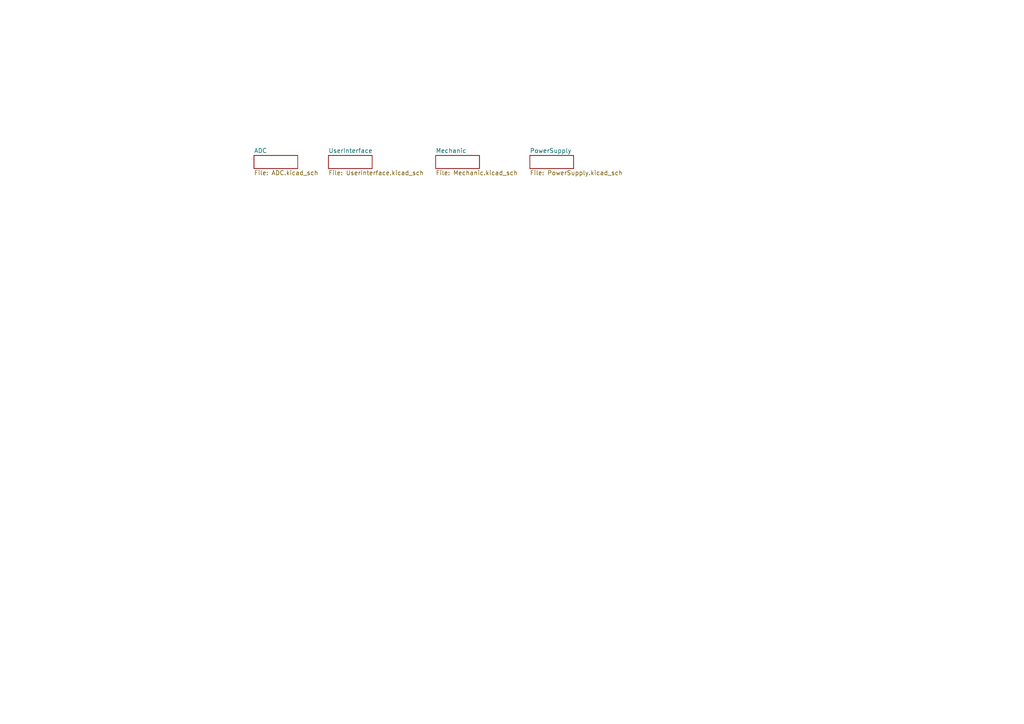
<source format=kicad_sch>
(kicad_sch (version 20210621) (generator eeschema)
  (paper "A4")
  (lib_symbols)
  (sheet (at 73.66 45.085) (size 12.7 3.81)
    (property "Sheet name" "ADC" (at 73.66 44.4495 0) (effects (justify left bottom)))
    (property "Sheet file" "ADC.kicad_sch" (at 73.66 49.4035 0) (effects (justify left top)))
  )
  (sheet (at 126.365 45.085) (size 12.7 3.81)
    (property "Sheet name" "Mechanic" (at 126.365 44.4495 0) (effects (justify left bottom)))
    (property "Sheet file" "Mechanic.kicad_sch" (at 126.365 49.4035 0) (effects (justify left top)))
  )
  (sheet (at 153.67 45.085) (size 12.7 3.81)
    (property "Sheet name" "PowerSupply" (at 153.67 44.4495 0) (effects (justify left bottom)))
    (property "Sheet file" "PowerSupply.kicad_sch" (at 153.67 49.4035 0) (effects (justify left top)))
  )
  (sheet (at 95.25 45.085) (size 12.7 3.81)
    (property "Sheet name" "UserInterface" (at 95.25 44.4495 0) (effects (justify left bottom)))
    (property "Sheet file" "UserInterface.kicad_sch" (at 95.25 49.4035 0) (effects (justify left top)))
  )
)
</source>
